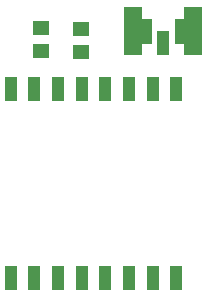
<source format=gbr>
G04 #@! TF.GenerationSoftware,KiCad,Pcbnew,5.1.5-52549c5~84~ubuntu18.04.1*
G04 #@! TF.CreationDate,2020-01-02T13:17:24-07:00*
G04 #@! TF.ProjectId,wemos-01,77656d6f-732d-4303-912e-6b696361645f,rev?*
G04 #@! TF.SameCoordinates,Original*
G04 #@! TF.FileFunction,Paste,Top*
G04 #@! TF.FilePolarity,Positive*
%FSLAX46Y46*%
G04 Gerber Fmt 4.6, Leading zero omitted, Abs format (unit mm)*
G04 Created by KiCad (PCBNEW 5.1.5-52549c5~84~ubuntu18.04.1) date 2020-01-02 13:17:24*
%MOMM*%
%LPD*%
G04 APERTURE LIST*
%ADD10C,0.100000*%
%ADD11R,1.000000X2.000000*%
%ADD12R,1.524000X4.064000*%
%ADD13R,1.016000X2.032000*%
%ADD14R,1.400000X1.295000*%
G04 APERTURE END LIST*
D10*
G36*
X145186400Y-83616800D02*
G01*
X145186400Y-84378800D01*
X146151600Y-84378800D01*
X146151600Y-83616800D01*
X145186400Y-83616800D01*
G37*
G36*
X146658000Y-81407000D02*
G01*
X146658000Y-83540600D01*
X147470800Y-83540600D01*
X147470800Y-81407000D01*
X146658000Y-81407000D01*
G37*
G36*
X143867200Y-81407000D02*
G01*
X143867200Y-83540600D01*
X144680000Y-83540600D01*
X144680000Y-81407000D01*
X143867200Y-81407000D01*
G37*
D11*
X132750800Y-103351600D03*
X134750800Y-103351600D03*
X136750800Y-103351600D03*
X138750800Y-103351600D03*
X140750800Y-103351600D03*
X142750800Y-103351600D03*
X144750800Y-103351600D03*
X146750800Y-103351600D03*
X146750800Y-87351600D03*
X144750800Y-87351600D03*
X142750800Y-87351600D03*
X140750800Y-87351600D03*
X138750800Y-87351600D03*
X136750800Y-87351600D03*
X134750800Y-87351600D03*
X132750800Y-87351600D03*
D12*
X148209000Y-82448400D03*
X143129000Y-82448400D03*
D13*
X145669000Y-83464400D03*
D14*
X135280400Y-84152500D03*
X135280400Y-82217500D03*
X138658600Y-82293700D03*
X138658600Y-84228700D03*
M02*

</source>
